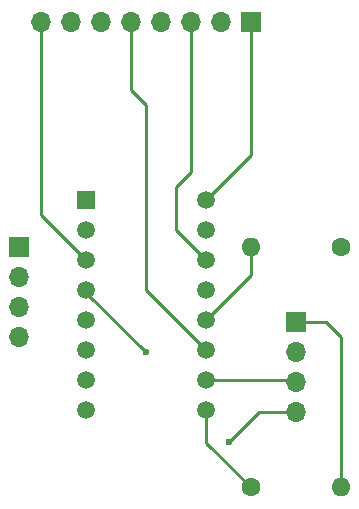
<source format=gbr>
G04 #@! TF.FileFunction,Copper,L2,Bot,Signal*
%FSLAX46Y46*%
G04 Gerber Fmt 4.6, Leading zero omitted, Abs format (unit mm)*
G04 Created by KiCad (PCBNEW 4.0.7) date Sun Feb  4 20:13:57 2018*
%MOMM*%
%LPD*%
G01*
G04 APERTURE LIST*
%ADD10C,0.100000*%
%ADD11R,1.500000X1.500000*%
%ADD12C,1.500000*%
%ADD13R,1.700000X1.700000*%
%ADD14O,1.700000X1.700000*%
%ADD15C,1.600000*%
%ADD16O,1.600000X1.600000*%
%ADD17C,0.600000*%
%ADD18C,0.250000*%
G04 APERTURE END LIST*
D10*
D11*
X167017700Y-107099100D03*
D12*
X167017700Y-109639100D03*
X167017700Y-112179100D03*
X167017700Y-114719100D03*
X167017700Y-117259100D03*
X167017700Y-119799100D03*
X167017700Y-122339100D03*
X167017700Y-124879100D03*
X177177700Y-124879100D03*
X177177700Y-122339100D03*
X177177700Y-119799100D03*
X177177700Y-117259100D03*
X177177700Y-114719100D03*
X177177700Y-112179100D03*
X177177700Y-109639100D03*
X177177700Y-107099100D03*
D13*
X180975000Y-92075000D03*
D14*
X178435000Y-92075000D03*
X175895000Y-92075000D03*
X173355000Y-92075000D03*
X170815000Y-92075000D03*
X168275000Y-92075000D03*
X165735000Y-92075000D03*
X163195000Y-92075000D03*
D13*
X161290000Y-111125000D03*
D14*
X161290000Y-113665000D03*
X161290000Y-116205000D03*
X161290000Y-118745000D03*
D13*
X184785000Y-117475000D03*
D14*
X184785000Y-120015000D03*
X184785000Y-122555000D03*
X184785000Y-125095000D03*
D15*
X180975000Y-131445000D03*
D16*
X188595000Y-131445000D03*
D15*
X188595000Y-111125000D03*
D16*
X180975000Y-111125000D03*
D17*
X172085000Y-120015000D03*
X179070000Y-127635000D03*
D18*
X180975000Y-92075000D02*
X180975000Y-103301800D01*
X180975000Y-103301800D02*
X177177700Y-107099100D01*
X175895000Y-92075000D02*
X175895000Y-104775000D01*
X174625000Y-109626400D02*
X177177700Y-112179100D01*
X174625000Y-106045000D02*
X174625000Y-109626400D01*
X175895000Y-104775000D02*
X174625000Y-106045000D01*
X170815000Y-92075000D02*
X170815000Y-97790000D01*
X172085000Y-114706400D02*
X177177700Y-119799100D01*
X172085000Y-99060000D02*
X172085000Y-114706400D01*
X170815000Y-97790000D02*
X172085000Y-99060000D01*
X163195000Y-92075000D02*
X163195000Y-108356400D01*
X163195000Y-108356400D02*
X167017700Y-112179100D01*
X184785000Y-117475000D02*
X187325000Y-117475000D01*
X188595000Y-118745000D02*
X188595000Y-131445000D01*
X187325000Y-117475000D02*
X188595000Y-118745000D01*
X177177700Y-122339100D02*
X184569100Y-122339100D01*
X184569100Y-122339100D02*
X184785000Y-122555000D01*
X184785000Y-125095000D02*
X181610000Y-125095000D01*
X172085000Y-120015000D02*
X167017700Y-114947700D01*
X181610000Y-125095000D02*
X179070000Y-127635000D01*
X167017700Y-114947700D02*
X167017700Y-114719100D01*
X167017700Y-114719100D02*
X167005000Y-114935000D01*
X177177700Y-124879100D02*
X177177700Y-127647700D01*
X177177700Y-127647700D02*
X180975000Y-131445000D01*
X180975000Y-111125000D02*
X180975000Y-113461800D01*
X180975000Y-113461800D02*
X177177700Y-117259100D01*
M02*

</source>
